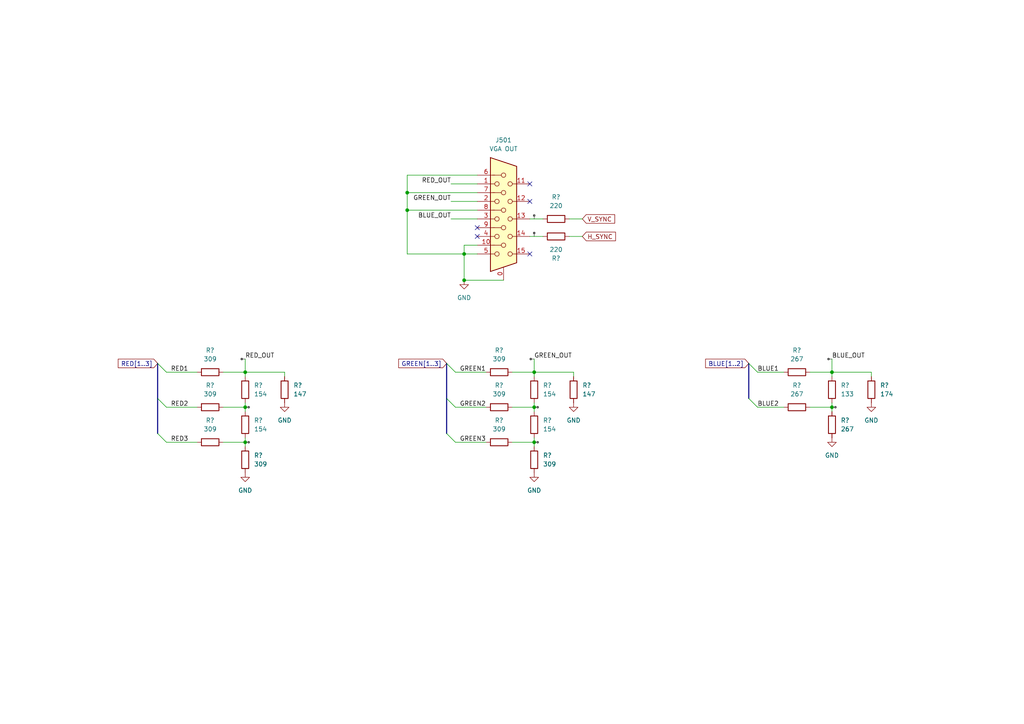
<source format=kicad_sch>
(kicad_sch (version 20230121) (generator eeschema)
  (paper "A4")
  (lib_symbols
    (symbol "Connector:DE15_Receptacle_HighDensity_MountingHoles" (pin_names (offset 1.016) hide)
      (property "Reference" "J" (at 0 21.59 0))
      (property "Value" "DE15_Receptacle_HighDensity_MountingHoles" (at 0 19.05 0))
      (symbol "DE15_Receptacle_HighDensity_MountingHoles_0_1"
        (circle (center -1.905 -10.16) (radius 0.635))
        (circle (center -1.905 -5.08) (radius 0.635))
        (circle (center -1.905 0) (radius 0.635))
        (circle (center -1.905 5.08) (radius 0.635))
        (circle (center -1.905 10.16) (radius 0.635))
        (circle (center 0 -7.62) (radius 0.635))
        (circle (center 0 -2.54) (radius 0.635))
        (polyline (pts (xy -3.175 7.62) (xy -0.635 7.62)))
        (polyline (pts (xy -0.635 -7.62) (xy -3.175 -7.62)))
        (polyline (pts (xy -0.635 -2.54) (xy -3.175 -2.54)))
        (polyline (pts (xy -0.635 2.54) (xy -3.175 2.54)))
        (polyline (pts (xy -0.635 12.7) (xy -3.175 12.7)))
        (polyline (pts (xy -3.81 17.78) (xy -3.81 -15.24) (xy 3.81 -12.7) (xy 3.81 15.24) (xy -3.81 17.78)) (stroke (width 0.254)) (fill (type background)))
        (circle (center 0 2.54) (radius 0.635))
        (circle (center 0 7.62) (radius 0.635))
        (circle (center 0 12.7) (radius 0.635))
        (circle (center 1.905 -10.16) (radius 0.635))
        (circle (center 1.905 -5.08) (radius 0.635))
        (circle (center 1.905 0) (radius 0.635))
        (circle (center 1.905 5.08) (radius 0.635))
        (circle (center 1.905 10.16) (radius 0.635))
      )
      (symbol "DE15_Receptacle_HighDensity_MountingHoles_1_1"
        (pin passive line (at 0 -17.78 90) (length 3.81) (name "~") (number "0"))
        (pin passive line (at -7.62 10.16 0) (length 5.08) (name "~") (number "1"))
        (pin passive line (at -7.62 -7.62 0) (length 5.08) (name "~") (number "10"))
        (pin passive line (at 7.62 10.16 180) (length 5.08) (name "~") (number "11"))
        (pin passive line (at 7.62 5.08 180) (length 5.08) (name "~") (number "12"))
        (pin passive line (at 7.62 0 180) (length 5.08) (name "~") (number "13"))
        (pin passive line (at 7.62 -5.08 180) (length 5.08) (name "~") (number "14"))
        (pin passive line (at 7.62 -10.16 180) (length 5.08) (name "~") (number "15"))
        (pin passive line (at -7.62 5.08 0) (length 5.08) (name "~") (number "2"))
        (pin passive line (at -7.62 0 0) (length 5.08) (name "~") (number "3"))
        (pin passive line (at -7.62 -5.08 0) (length 5.08) (name "~") (number "4"))
        (pin passive line (at -7.62 -10.16 0) (length 5.08) (name "~") (number "5"))
        (pin passive line (at -7.62 12.7 0) (length 5.08) (name "~") (number "6"))
        (pin passive line (at -7.62 7.62 0) (length 5.08) (name "~") (number "7"))
        (pin passive line (at -7.62 2.54 0) (length 5.08) (name "~") (number "8"))
        (pin passive line (at -7.62 -2.54 0) (length 5.08) (name "~") (number "9"))
      )
    )
    (symbol "Device:R" (pin_numbers hide) (pin_names (offset 0))
      (property "Reference" "R" (at 2.032 0 90))
      (property "Value" "R" (at 0 0 90))
      (symbol "R_0_1"
        (rectangle (start -1.016 -2.54) (end 1.016 2.54) (stroke (width 0.254)))
      )
      (symbol "R_1_1"
        (pin passive line (at 0 3.81 270) (length 1.27) (name "~") (number "1"))
        (pin passive line (at 0 -3.81 90) (length 1.27) (name "~") (number "2"))
      )
    )
    (symbol "power:GND" (power) (pin_names (offset 0))
      (property "Value" "GND" (at 0 -3.81 0))
      (symbol "GND_0_1"
        (polyline (pts (xy 0 0) (xy 0 -1.27) (xy 1.27 -1.27) (xy 0 -2.54) (xy -1.27 -1.27) (xy 0 -1.27)))
      )
      (symbol "GND_1_1"
        (pin power_in line (at 0 0 270) (length 0) hide (name "GND") (number "1"))
      )
    )
  )
  (junction (at 154.94 128.27))
  (junction (at 118.11 60.96))
  (junction (at 134.62 73.66))
  (junction (at 118.11 55.88))
  (junction (at 241.3 107.95))
  (junction (at 71.12 118.11))
  (junction (at 134.62 81.28))
  (junction (at 71.12 128.27))
  (junction (at 154.94 107.95))
  (junction (at 71.12 107.95))
  (junction (at 154.94 118.11))
  (junction (at 241.3 118.11))
  (no_connect (at 153.67 73.66))
  (no_connect (at 138.43 66.04))
  (no_connect (at 153.67 53.34))
  (no_connect (at 138.43 68.58))
  (no_connect (at 153.67 58.42))
  (bus_entry (at 45.72 105.41) (size 2.54 2.54))
  (bus_entry (at 129.54 105.41) (size 2.54 2.54))
  (bus_entry (at 129.54 125.73) (size 2.54 2.54))
  (bus_entry (at 129.54 115.57) (size 2.54 2.54))
  (bus_entry (at 45.72 115.57) (size 2.54 2.54))
  (bus_entry (at 217.17 115.57) (size 2.54 2.54))
  (bus_entry (at 217.17 105.41) (size 2.54 2.54))
  (bus_entry (at 45.72 125.73) (size 2.54 2.54))
  (wire (pts (xy 64.77 107.95) (xy 71.12 107.95)))
  (wire (pts (xy 219.71 107.95) (xy 227.33 107.95)))
  (wire (pts (xy 241.3 118.11) (xy 241.3 116.84)))
  (wire (pts (xy 118.11 73.66) (xy 134.62 73.66)))
  (wire (pts (xy 134.62 73.66) (xy 138.43 73.66)))
  (bus (pts (xy 217.17 105.41) (xy 217.17 115.57)))
  (wire (pts (xy 132.08 107.95) (xy 140.97 107.95)))
  (wire (pts (xy 71.12 128.27) (xy 71.12 129.54)))
  (wire (pts (xy 48.26 118.11) (xy 57.15 118.11)))
  (wire (pts (xy 168.91 68.58) (xy 165.1 68.58)))
  (wire (pts (xy 64.77 128.27) (xy 71.12 128.27)))
  (wire (pts (xy 118.11 60.96) (xy 138.43 60.96)))
  (bus (pts (xy 45.72 115.57) (xy 45.72 125.73)))
  (wire (pts (xy 71.12 128.27) (xy 71.12 127)))
  (wire (pts (xy 130.81 63.5) (xy 138.43 63.5)))
  (wire (pts (xy 71.12 118.11) (xy 71.12 116.84)))
  (wire (pts (xy 118.11 55.88) (xy 138.43 55.88)))
  (wire (pts (xy 168.91 63.5) (xy 165.1 63.5)))
  (wire (pts (xy 154.94 118.11) (xy 154.94 119.38)))
  (wire (pts (xy 234.95 107.95) (xy 241.3 107.95)))
  (wire (pts (xy 130.81 58.42) (xy 138.43 58.42)))
  (wire (pts (xy 118.11 50.8) (xy 118.11 55.88)))
  (wire (pts (xy 132.08 128.27) (xy 140.97 128.27)))
  (wire (pts (xy 154.94 107.95) (xy 154.94 109.22)))
  (bus (pts (xy 129.54 105.41) (xy 129.54 115.57)))
  (wire (pts (xy 138.43 50.8) (xy 118.11 50.8)))
  (wire (pts (xy 148.59 118.11) (xy 154.94 118.11)))
  (wire (pts (xy 82.55 109.22) (xy 82.55 107.95)))
  (wire (pts (xy 154.94 118.11) (xy 154.94 116.84)))
  (wire (pts (xy 252.73 107.95) (xy 241.3 107.95)))
  (bus (pts (xy 129.54 115.57) (xy 129.54 125.73)))
  (wire (pts (xy 166.37 109.22) (xy 166.37 107.95)))
  (wire (pts (xy 71.12 104.14) (xy 71.12 107.95)))
  (wire (pts (xy 154.94 128.27) (xy 154.94 127)))
  (wire (pts (xy 130.81 53.34) (xy 138.43 53.34)))
  (wire (pts (xy 118.11 55.88) (xy 118.11 60.96)))
  (wire (pts (xy 71.12 118.11) (xy 71.12 119.38)))
  (wire (pts (xy 134.62 81.28) (xy 134.62 73.66)))
  (wire (pts (xy 234.95 118.11) (xy 241.3 118.11)))
  (wire (pts (xy 48.26 128.27) (xy 57.15 128.27)))
  (wire (pts (xy 252.73 109.22) (xy 252.73 107.95)))
  (wire (pts (xy 241.3 104.14) (xy 241.3 107.95)))
  (wire (pts (xy 134.62 81.28) (xy 146.05 81.28)))
  (bus (pts (xy 45.72 105.41) (xy 45.72 115.57)))
  (wire (pts (xy 118.11 60.96) (xy 118.11 73.66)))
  (wire (pts (xy 166.37 107.95) (xy 154.94 107.95)))
  (wire (pts (xy 154.94 104.14) (xy 154.94 107.95)))
  (wire (pts (xy 241.3 107.95) (xy 241.3 109.22)))
  (wire (pts (xy 241.3 118.11) (xy 241.3 119.38)))
  (wire (pts (xy 219.71 118.11) (xy 227.33 118.11)))
  (wire (pts (xy 154.94 128.27) (xy 154.94 129.54)))
  (wire (pts (xy 132.08 118.11) (xy 140.97 118.11)))
  (wire (pts (xy 148.59 128.27) (xy 154.94 128.27)))
  (wire (pts (xy 134.62 71.12) (xy 138.43 71.12)))
  (wire (pts (xy 134.62 73.66) (xy 134.62 71.12)))
  (wire (pts (xy 153.67 68.58) (xy 157.48 68.58)))
  (wire (pts (xy 82.55 107.95) (xy 71.12 107.95)))
  (wire (pts (xy 64.77 118.11) (xy 71.12 118.11)))
  (wire (pts (xy 148.59 107.95) (xy 154.94 107.95)))
  (wire (pts (xy 71.12 107.95) (xy 71.12 109.22)))
  (wire (pts (xy 153.67 63.5) (xy 157.48 63.5)))
  (wire (pts (xy 48.26 107.95) (xy 57.15 107.95)))
  (label "GREEN_OUT" (at 154.94 104.14 0))
  (label "BLUE1" (at 219.71 107.95 0))
  (label "GREEN2" (at 133.35 118.11 0))
  (label "GREEN_OUT" (at 130.81 58.42 180))
  (label "RED3" (at 49.53 128.27 0))
  (label "RED_OUT" (at 71.12 104.14 0))
  (label "BLUE_OUT" (at 130.81 63.5 180))
  (label "BLUE_OUT" (at 241.3 104.14 0))
  (label "RED2" (at 49.53 118.11 0))
  (label "GREEN1" (at 133.35 107.95 0))
  (label "RED1" (at 49.53 107.95 0))
  (label "RED_OUT" (at 130.81 53.34 180))
  (label "GREEN3" (at 133.35 128.27 0))
  (label "BLUE2" (at 219.71 118.11 0))
  (global_label "V_SYNC" (shape input) (at 168.91 63.5 0) (property "Intersheetrefs" "${INTERSHEET_REFS}" (effects hide)))
  (global_label "H_SYNC" (shape input) (at 168.91 68.58 0) (property "Intersheetrefs" "${INTERSHEET_REFS}" (effects hide)))
  (global_label "RED[1..3]" (shape input) (at 45.72 105.41 180) (property "Intersheetrefs" "${INTERSHEET_REFS}" (effects hide)))
  (global_label "GREEN[1..3]" (shape input) (at 129.54 105.41 180) (property "Intersheetrefs" "${INTERSHEET_REFS}" (effects hide)))
  (global_label "BLUE[1..2]" (shape input) (at 217.17 105.41 180) (property "Intersheetrefs" "${INTERSHEET_REFS}" (effects hide)))
  (netclass_flag "" (length 1) (shape dot) (at 154.94 63.5 0) (property "Netclass" "Signal" (effects hide)))
  (netclass_flag "" (length 1) (shape dot) (at 241.3 104.14 90) (property "Netclass" "VGA" (effects hide)))
  (netclass_flag "" (length 1) (shape dot) (at 154.94 128.27 270) (property "Netclass" "Signal" (effects hide)))
  (netclass_flag "" (length 1) (shape dot) (at 154.94 104.14 90) (property "Netclass" "VGA" (effects hide)))
  (netclass_flag "" (length 1) (shape dot) (at 71.12 118.11 270) (property "Netclass" "Signal" (effects hide)))
  (netclass_flag "" (length 1) (shape dot) (at 71.12 104.14 90) (property "Netclass" "VGA" (effects hide)))
  (netclass_flag "" (length 1) (shape dot) (at 241.3 118.11 270) (property "Netclass" "Signal" (effects hide)))
  (netclass_flag "" (length 1) (shape dot) (at 71.12 128.27 270) (property "Netclass" "Signal" (effects hide)))
  (netclass_flag "" (length 1) (shape dot) (at 154.94 118.11 270) (property "Netclass" "Signal" (effects hide)))
  (netclass_flag "" (length 1) (shape dot) (at 154.94 68.58 0) (property "Netclass" "Signal" (effects hide)))
  (symbol (lib_id "Device:R") (at 161.29 63.5 270) (unit 1)
    (property "Reference" "R?" (at 161.29 57.15 90))
    (property "Value" "220" (at 161.29 59.69 90))
    (property "Footprint" "Resistor_THT:R_Axial_DIN0207_L6.3mm_D2.5mm_P10.16mm_Horizontal" (effects hide))
    (property "Datasheet" "https://www.yageo.com/upload/media/product/productsearch/datasheet/lr/YAGEO%20MFR_datasheet_2022v2.pdf" (effects hide))
    (property "Part" "MFR-25FRF52-220R" (effects hide))
    (instances (project "jcap" (path "" (reference "R?") (unit 1)) (path "" (reference "R?") (unit 1)) (path "" (reference "R?") (unit 1)) (path "" (reference "R514") (unit 1))))
  )
  (symbol (lib_id "Device:R") (at 144.78 128.27 270) (unit 1)
    (property "Reference" "R?" (at 144.78 121.92 90))
    (property "Value" "309" (at 144.78 124.46 90))
    (property "Footprint" "Resistor_THT:R_Axial_DIN0207_L6.3mm_D2.5mm_P10.16mm_Horizontal" (effects hide))
    (property "Datasheet" "https://www.vishay.com/docs/28722/sfr16s25.pdf" (effects hide))
    (property "Part" "SFR16S0003090FR500" (effects hide))
    (instances (project "jcap" (path "" (reference "R?") (unit 1)) (path "" (reference "R?") (unit 1)) (path "" (reference "R?") (unit 1)) (path "" (reference "R510") (unit 1))))
  )
  (symbol (lib_id "Device:R") (at 231.14 118.11 270) (unit 1)
    (property "Reference" "R?" (at 231.14 111.76 90))
    (property "Value" "267" (at 231.14 114.3 90))
    (property "Footprint" "Resistor_THT:R_Axial_DIN0207_L6.3mm_D2.5mm_P10.16mm_Horizontal" (effects hide))
    (property "Datasheet" "https://www.seielect.com/catalog/sei-rnf_rnmf.pdf" (effects hide))
    (property "Part" "RNF14FTD267R" (effects hide))
    (instances (project "jcap" (path "" (reference "R?") (unit 1)) (path "" (reference "R?") (unit 1)) (path "" (reference "R?") (unit 1)) (path "" (reference "R518") (unit 1))))
  )
  (symbol (lib_id "power:GND") (at 71.12 137.16 0) (unit 1)
    (property "Reference" "#PWR0501" (effects hide))
    (property "Value" "GND" (at 71.12 142.24 0))
  )
  (symbol (lib_id "power:GND") (at 82.55 116.84 0) (unit 1)
    (property "Reference" "#PWR0502" (effects hide))
    (property "Value" "GND" (at 82.55 121.92 0))
  )
  (symbol (lib_id "Device:R") (at 71.12 133.35 0) (unit 1)
    (property "Reference" "R?" (at 73.66 132.08 0) (effects (justify left)))
    (property "Value" "309" (at 73.66 134.62 0) (effects (justify left)))
    (property "Footprint" "Resistor_THT:R_Axial_DIN0207_L6.3mm_D2.5mm_P10.16mm_Horizontal" (effects hide))
    (property "Datasheet" "https://www.vishay.com/docs/28722/sfr16s25.pdf" (effects hide))
    (property "Part" "SFR16S0003090FR500" (effects hide))
    (instances (project "jcap" (path "" (reference "R?") (unit 1)) (path "" (reference "R?") (unit 1)) (path "" (reference "R?") (unit 1)) (path "" (reference "R506") (unit 1))))
  )
  (symbol (lib_id "Device:R") (at 154.94 113.03 0) (unit 1)
    (property "Reference" "R?" (at 157.48 111.76 0) (effects (justify left)))
    (property "Value" "154" (at 157.48 114.3 0) (effects (justify left)))
    (property "Footprint" "Resistor_THT:R_Axial_DIN0207_L6.3mm_D2.5mm_P10.16mm_Horizontal" (effects hide))
    (property "Datasheet" "https://www.yageo.com/upload/media/product/productsearch/datasheet/lr/YAGEO%20MFR_datasheet_2022v2.pdf" (effects hide))
    (property "Part" "MFR-25FBF52-154R" (effects hide))
    (instances (project "jcap" (path "" (reference "R?") (unit 1)) (path "" (reference "R?") (unit 1)) (path "" (reference "R?") (unit 1)) (path "" (reference "R511") (unit 1))))
  )
  (symbol (lib_id "Device:R") (at 154.94 133.35 0) (unit 1)
    (property "Reference" "R?" (at 157.48 132.08 0) (effects (justify left)))
    (property "Value" "309" (at 157.48 134.62 0) (effects (justify left)))
    (property "Footprint" "Resistor_THT:R_Axial_DIN0207_L6.3mm_D2.5mm_P10.16mm_Horizontal" (effects hide))
    (property "Datasheet" "https://www.vishay.com/docs/28722/sfr16s25.pdf" (effects hide))
    (property "Part" "SFR16S0003090FR500" (effects hide))
    (instances (project "jcap" (path "" (reference "R?") (unit 1)) (path "" (reference "R?") (unit 1)) (path "" (reference "R?") (unit 1)) (path "" (reference "R513") (unit 1))))
  )
  (symbol (lib_id "power:GND") (at 154.94 137.16 0) (unit 1)
    (property "Reference" "#PWR0504" (effects hide))
    (property "Value" "GND" (at 154.94 142.24 0))
  )
  (symbol (lib_id "Device:R") (at 166.37 113.03 180) (unit 1)
    (property "Reference" "R?" (at 168.91 111.76 0) (effects (justify right)))
    (property "Value" "147" (at 168.91 114.3 0) (effects (justify right)))
    (property "Footprint" "Resistor_THT:R_Axial_DIN0207_L6.3mm_D2.5mm_P10.16mm_Horizontal" (effects hide))
    (property "Datasheet" "https://www.yageo.com/upload/media/product/productsearch/datasheet/lr/YAGEO%20MFR_datasheet_2022v2.pdf" (effects hide))
    (property "Part" "MFR-25FBF52-147R" (effects hide))
    (instances (project "jcap" (path "" (reference "R?") (unit 1)) (path "" (reference "R?") (unit 1)) (path "" (reference "R?") (unit 1)) (path "" (reference "R516") (unit 1))))
  )
  (symbol (lib_id "Device:R") (at 161.29 68.58 270) (mirror x) (unit 1)
    (property "Reference" "R?" (at 161.29 74.93 90))
    (property "Value" "220" (at 161.29 72.39 90))
    (property "Footprint" "Resistor_THT:R_Axial_DIN0207_L6.3mm_D2.5mm_P10.16mm_Horizontal" (effects hide))
    (property "Datasheet" "https://www.yageo.com/upload/media/product/productsearch/datasheet/lr/YAGEO%20MFR_datasheet_2022v2.pdf" (effects hide))
    (property "Part" "MFR-25FRF52-220R" (effects hide))
    (instances (project "jcap" (path "" (reference "R?") (unit 1)) (path "" (reference "R?") (unit 1)) (path "" (reference "R?") (unit 1)) (path "" (reference "R515") (unit 1))))
  )
  (symbol (lib_id "Device:R") (at 154.94 123.19 0) (unit 1)
    (property "Reference" "R?" (at 157.48 121.92 0) (effects (justify left)))
    (property "Value" "154" (at 157.48 124.46 0) (effects (justify left)))
    (property "Footprint" "Resistor_THT:R_Axial_DIN0207_L6.3mm_D2.5mm_P10.16mm_Horizontal" (effects hide))
    (property "Datasheet" "https://www.yageo.com/upload/media/product/productsearch/datasheet/lr/YAGEO%20MFR_datasheet_2022v2.pdf" (effects hide))
    (property "Part" "MFR-25FBF52-154R" (effects hide))
    (instances (project "jcap" (path "" (reference "R?") (unit 1)) (path "" (reference "R?") (unit 1)) (path "" (reference "R?") (unit 1)) (path "" (reference "R512") (unit 1))))
  )
  (symbol (lib_id "Device:R") (at 241.3 113.03 0) (unit 1)
    (property "Reference" "R?" (at 243.84 111.76 0) (effects (justify left)))
    (property "Value" "133" (at 243.84 114.3 0) (effects (justify left)))
    (property "Footprint" "Resistor_THT:R_Axial_DIN0207_L6.3mm_D2.5mm_P10.16mm_Horizontal" (effects hide))
    (property "Datasheet" "https://www.yageo.com/upload/media/product/productsearch/datasheet/lr/YAGEO%20MFR_datasheet_2022v2.pdf" (effects hide))
    (property "Part" "MFR-25FBF52-133R" (effects hide))
    (instances (project "jcap" (path "" (reference "R?") (unit 1)) (path "" (reference "R?") (unit 1)) (path "" (reference "R?") (unit 1)) (path "" (reference "R519") (unit 1))))
  )
  (symbol (lib_id "Device:R") (at 60.96 107.95 270) (unit 1)
    (property "Reference" "R?" (at 60.96 101.6 90))
    (property "Value" "309" (at 60.96 104.14 90))
    (property "Footprint" "Resistor_THT:R_Axial_DIN0207_L6.3mm_D2.5mm_P10.16mm_Horizontal" (effects hide))
    (property "Datasheet" "https://www.vishay.com/docs/28722/sfr16s25.pdf" (effects hide))
    (property "Part" "SFR16S0003090FR500" (effects hide))
    (instances (project "jcap" (path "" (reference "R?") (unit 1)) (path "" (reference "R?") (unit 1)) (path "" (reference "R?") (unit 1)) (path "" (reference "R501") (unit 1))))
  )
  (symbol (lib_id "power:GND") (at 134.62 81.28 0) (mirror y) (unit 1)
    (property "Reference" "#PWR0503" (effects hide))
    (property "Value" "GND" (at 134.62 86.36 0))
  )
  (symbol (lib_id "Device:R") (at 231.14 107.95 270) (unit 1)
    (property "Reference" "R?" (at 231.14 101.6 90))
    (property "Value" "267" (at 231.14 104.14 90))
    (property "Footprint" "Resistor_THT:R_Axial_DIN0207_L6.3mm_D2.5mm_P10.16mm_Horizontal" (effects hide))
    (property "Datasheet" "https://www.seielect.com/catalog/sei-rnf_rnmf.pdf" (effects hide))
    (property "Part" "RNF14FTD267R" (effects hide))
    (instances (project "jcap" (path "" (reference "R?") (unit 1)) (path "" (reference "R?") (unit 1)) (path "" (reference "R?") (unit 1)) (path "" (reference "R517") (unit 1))))
  )
  (symbol (lib_id "Device:R") (at 71.12 123.19 0) (unit 1)
    (property "Reference" "R?" (at 73.66 121.92 0) (effects (justify left)))
    (property "Value" "154" (at 73.66 124.46 0) (effects (justify left)))
    (property "Footprint" "Resistor_THT:R_Axial_DIN0207_L6.3mm_D2.5mm_P10.16mm_Horizontal" (effects hide))
    (property "Datasheet" "https://www.yageo.com/upload/media/product/productsearch/datasheet/lr/YAGEO%20MFR_datasheet_2022v2.pdf" (effects hide))
    (property "Part" "MFR-25FBF52-154R" (effects hide))
    (instances (project "jcap" (path "" (reference "R?") (unit 1)) (path "" (reference "R?") (unit 1)) (path "" (reference "R?") (unit 1)) (path "" (reference "R505") (unit 1))))
  )
  (symbol (lib_id "power:GND") (at 252.73 116.84 0) (unit 1)
    (property "Reference" "#PWR0507" (effects hide))
    (property "Value" "GND" (at 252.73 121.92 0))
  )
  (symbol (lib_id "power:GND") (at 166.37 116.84 0) (unit 1)
    (property "Reference" "#PWR0505" (effects hide))
    (property "Value" "GND" (at 166.37 121.92 0))
  )
  (symbol (lib_id "power:GND") (at 241.3 127 0) (unit 1)
    (property "Reference" "#PWR0506" (effects hide))
    (property "Value" "GND" (at 241.3 132.08 0))
  )
  (symbol (lib_id "Device:R") (at 252.73 113.03 180) (unit 1)
    (property "Reference" "R?" (at 255.27 111.76 0) (effects (justify right)))
    (property "Value" "174" (at 255.27 114.3 0) (effects (justify right)))
    (property "Footprint" "Resistor_THT:R_Axial_DIN0207_L6.3mm_D2.5mm_P10.16mm_Horizontal" (effects hide))
    (property "Datasheet" "https://www.yageo.com/upload/media/product/productsearch/datasheet/lr/YAGEO%20MFR_datasheet_2022v2.pdf" (effects hide))
    (property "Part" "MFR-25FRF52-174R" (effects hide))
    (instances (project "jcap" (path "" (reference "R?") (unit 1)) (path "" (reference "R?") (unit 1)) (path "" (reference "R?") (unit 1)) (path "" (reference "R521") (unit 1))))
  )
  (symbol (lib_id "Device:R") (at 82.55 113.03 180) (unit 1)
    (property "Reference" "R?" (at 85.09 111.76 0) (effects (justify right)))
    (property "Value" "147" (at 85.09 114.3 0) (effects (justify right)))
    (property "Footprint" "Resistor_THT:R_Axial_DIN0207_L6.3mm_D2.5mm_P10.16mm_Horizontal" (effects hide))
    (property "Datasheet" "https://www.yageo.com/upload/media/product/productsearch/datasheet/lr/YAGEO%20MFR_datasheet_2022v2.pdf" (effects hide))
    (property "Part" "MFR-25FBF52-147R" (effects hide))
    (instances (project "jcap" (path "" (reference "R?") (unit 1)) (path "" (reference "R?") (unit 1)) (path "" (reference "R?") (unit 1)) (path "" (reference "R507") (unit 1))))
  )
  (symbol (lib_id "Device:R") (at 60.96 118.11 270) (unit 1)
    (property "Reference" "R?" (at 60.96 111.76 90))
    (property "Value" "309" (at 60.96 114.3 90))
    (property "Footprint" "Resistor_THT:R_Axial_DIN0207_L6.3mm_D2.5mm_P10.16mm_Horizontal" (effects hide))
    (property "Datasheet" "https://www.vishay.com/docs/28722/sfr16s25.pdf" (effects hide))
    (property "Part" "SFR16S0003090FR500" (effects hide))
    (instances (project "jcap" (path "" (reference "R?") (unit 1)) (path "" (reference "R?") (unit 1)) (path "" (reference "R?") (unit 1)) (path "" (reference "R502") (unit 1))))
  )
  (symbol (lib_id "Device:R") (at 71.12 113.03 0) (unit 1)
    (property "Reference" "R?" (at 73.66 111.76 0) (effects (justify left)))
    (property "Value" "154" (at 73.66 114.3 0) (effects (justify left)))
    (property "Footprint" "Resistor_THT:R_Axial_DIN0207_L6.3mm_D2.5mm_P10.16mm_Horizontal" (effects hide))
    (property "Datasheet" "https://www.yageo.com/upload/media/product/productsearch/datasheet/lr/YAGEO%20MFR_datasheet_2022v2.pdf" (effects hide))
    (property "Part" "MFR-25FBF52-154R" (effects hide))
    (instances (project "jcap" (path "" (reference "R?") (unit 1)) (path "" (reference "R?") (unit 1)) (path "" (reference "R?") (unit 1)) (path "" (reference "R504") (unit 1))))
  )
  (symbol (lib_id "Connector:DE15_Receptacle_HighDensity_MountingHoles") (at 146.05 63.5 0) (unit 1)
    (property "Reference" "J501" (at 146.05 40.64 0))
    (property "Value" "VGA OUT" (at 146.05 43.18 0))
    (property "Footprint" "jcap-footprints:2311763-2" (effects hide))
    (property "Datasheet" "https://www.te.com/usa-en/product-2311763-2.datasheet.pdf" (effects hide))
    (property "Part" "2311763-2" (effects hide))
  )
  (symbol (lib_id "Device:R") (at 241.3 123.19 0) (unit 1)
    (property "Reference" "R?" (at 243.84 121.92 0) (effects (justify left)))
    (property "Value" "267" (at 243.84 124.46 0) (effects (justify left)))
    (property "Footprint" "Resistor_THT:R_Axial_DIN0207_L6.3mm_D2.5mm_P10.16mm_Horizontal" (effects hide))
    (property "Datasheet" "https://www.seielect.com/catalog/sei-rnf_rnmf.pdf" (effects hide))
    (property "Part" "RNF14FTD267R" (effects hide))
    (instances (project "jcap" (path "" (reference "R?") (unit 1)) (path "" (reference "R?") (unit 1)) (path "" (reference "R?") (unit 1)) (path "" (reference "R520") (unit 1))))
  )
  (symbol (lib_id "Device:R") (at 60.96 128.27 270) (unit 1)
    (property "Reference" "R?" (at 60.96 121.92 90))
    (property "Value" "309" (at 60.96 124.46 90))
    (property "Footprint" "Resistor_THT:R_Axial_DIN0207_L6.3mm_D2.5mm_P10.16mm_Horizontal" (effects hide))
    (property "Datasheet" "https://www.vishay.com/docs/28722/sfr16s25.pdf" (effects hide))
    (property "Part" "SFR16S0003090FR500" (effects hide))
    (instances (project "jcap" (path "" (reference "R?") (unit 1)) (path "" (reference "R?") (unit 1)) (path "" (reference "R?") (unit 1)) (path "" (reference "R503") (unit 1))))
  )
  (symbol (lib_id "Device:R") (at 144.78 107.95 270) (unit 1)
    (property "Reference" "R?" (at 144.78 101.6 90))
    (property "Value" "309" (at 144.78 104.14 90))
    (property "Footprint" "Resistor_THT:R_Axial_DIN0207_L6.3mm_D2.5mm_P10.16mm_Horizontal" (effects hide))
    (property "Datasheet" "https://www.vishay.com/docs/28722/sfr16s25.pdf" (effects hide))
    (property "Part" "SFR16S0003090FR500" (effects hide))
    (instances (project "jcap" (path "" (reference "R?") (unit 1)) (path "" (reference "R?") (unit 1)) (path "" (reference "R?") (unit 1)) (path "" (reference "R508") (unit 1))))
  )
  (symbol (lib_id "Device:R") (at 144.78 118.11 270) (unit 1)
    (property "Reference" "R?" (at 144.78 111.76 90))
    (property "Value" "309" (at 144.78 114.3 90))
    (property "Footprint" "Resistor_THT:R_Axial_DIN0207_L6.3mm_D2.5mm_P10.16mm_Horizontal" (effects hide))
    (property "Datasheet" "https://www.vishay.com/docs/28722/sfr16s25.pdf" (effects hide))
    (property "Part" "SFR16S0003090FR500" (effects hide))
    (instances (project "jcap" (path "" (reference "R?") (unit 1)) (path "" (reference "R?") (unit 1)) (path "" (reference "R?") (unit 1)) (path "" (reference "R509") (unit 1))))
  )
)
</source>
